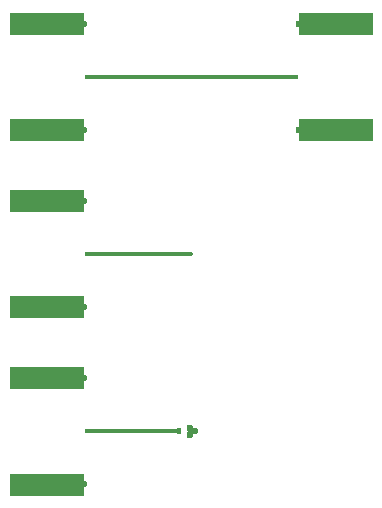
<source format=gtl>
G04 #@! TF.FileFunction,Copper,L1,Top,Signal*
%FSLAX46Y46*%
G04 Gerber Fmt 4.6, Leading zero omitted, Abs format (unit mm)*
G04 Created by KiCad (PCBNEW 4.0.2-stable) date Tue May 10 00:23:55 2016*
%MOMM*%
G01*
G04 APERTURE LIST*
%ADD10C,0.100000*%
%ADD11R,0.400000X0.600000*%
%ADD12R,6.350000X1.910000*%
%ADD13R,6.000000X0.380000*%
%ADD14C,0.600000*%
%ADD15C,0.350000*%
G04 APERTURE END LIST*
D10*
D11*
X147400000Y-105000000D03*
X146500000Y-105000000D03*
D12*
X135250000Y-85480000D03*
X135250000Y-94520000D03*
D13*
X141425000Y-90000000D03*
D12*
X135250000Y-70480000D03*
X135250000Y-79520000D03*
D13*
X141425000Y-75000000D03*
D12*
X135250000Y-100480000D03*
X135250000Y-109520000D03*
D13*
X141425000Y-105000000D03*
D12*
X159750000Y-79520000D03*
X159750000Y-70480000D03*
D13*
X153575000Y-75000000D03*
D14*
X135250000Y-109520000D03*
X135250000Y-100480000D03*
X135250000Y-94520000D03*
X135250000Y-85480000D03*
X135250000Y-79520000D03*
X135250000Y-70480000D03*
X159750000Y-70480000D03*
X159750000Y-79520000D03*
X156620000Y-79520000D03*
X156600000Y-70500000D03*
X138380000Y-70480000D03*
X138380000Y-79520000D03*
X138400000Y-85500000D03*
X138400000Y-94500000D03*
X138400000Y-100500000D03*
X138400000Y-109500000D03*
X147800000Y-105000000D03*
X147400000Y-105300000D03*
X147400000Y-104700000D03*
D15*
X141425000Y-90000000D02*
X147500000Y-90000000D01*
X159750000Y-79520000D02*
X156620000Y-79520000D01*
X159750000Y-70480000D02*
X156620000Y-70480000D01*
X156620000Y-70480000D02*
X156600000Y-70500000D01*
X135250000Y-70480000D02*
X138380000Y-70480000D01*
X135250000Y-79520000D02*
X138380000Y-79520000D01*
X135250000Y-85480000D02*
X138380000Y-85480000D01*
X138380000Y-85480000D02*
X138400000Y-85500000D01*
X135250000Y-94520000D02*
X138380000Y-94520000D01*
X138380000Y-94520000D02*
X138400000Y-94500000D01*
X135250000Y-100480000D02*
X138380000Y-100480000D01*
X138380000Y-100480000D02*
X138400000Y-100500000D01*
X135250000Y-109520000D02*
X138380000Y-109520000D01*
X138380000Y-109520000D02*
X138400000Y-109500000D01*
X147400000Y-105000000D02*
X147800000Y-105000000D01*
X147400000Y-105000000D02*
X147400000Y-105300000D01*
X147400000Y-105000000D02*
X147400000Y-104700000D01*
X146500000Y-105000000D02*
X141425000Y-105000000D01*
X141425000Y-75000000D02*
X144775000Y-75000000D01*
X144775000Y-75000000D02*
X153575000Y-75000000D01*
M02*

</source>
